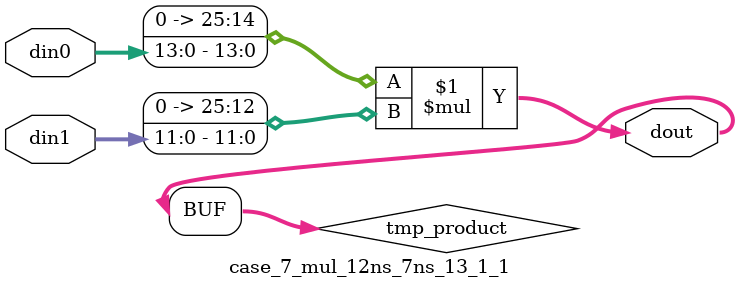
<source format=v>

`timescale 1 ns / 1 ps

 (* use_dsp = "no" *)  module case_7_mul_12ns_7ns_13_1_1(din0, din1, dout);
parameter ID = 1;
parameter NUM_STAGE = 0;
parameter din0_WIDTH = 14;
parameter din1_WIDTH = 12;
parameter dout_WIDTH = 26;

input [din0_WIDTH - 1 : 0] din0; 
input [din1_WIDTH - 1 : 0] din1; 
output [dout_WIDTH - 1 : 0] dout;

wire signed [dout_WIDTH - 1 : 0] tmp_product;
























assign tmp_product = $signed({1'b0, din0}) * $signed({1'b0, din1});











assign dout = tmp_product;





















endmodule

</source>
